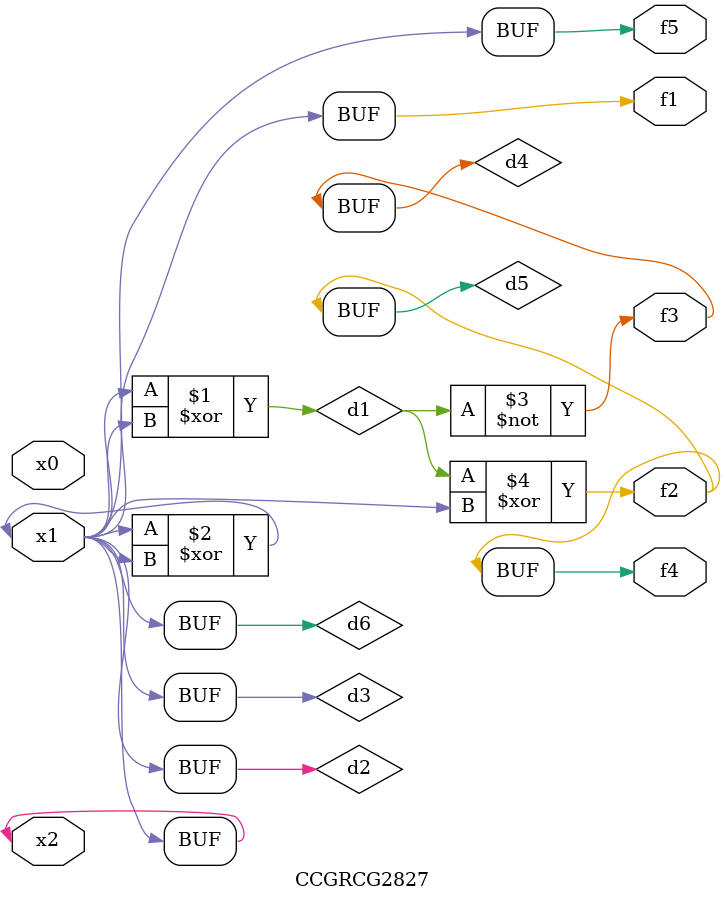
<source format=v>
module CCGRCG2827(
	input x0, x1, x2,
	output f1, f2, f3, f4, f5
);

	wire d1, d2, d3, d4, d5, d6;

	xor (d1, x1, x2);
	buf (d2, x1, x2);
	xor (d3, x1, x2);
	nor (d4, d1);
	xor (d5, d1, d2);
	buf (d6, d2, d3);
	assign f1 = d6;
	assign f2 = d5;
	assign f3 = d4;
	assign f4 = d5;
	assign f5 = d6;
endmodule

</source>
